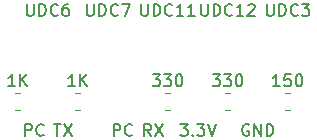
<source format=gbr>
%TF.GenerationSoftware,KiCad,Pcbnew,(7.0.0)*%
%TF.CreationDate,2023-03-15T15:08:56+01:00*%
%TF.ProjectId,PCH-1000JIG_0805,5043482d-3130-4303-904a-49475f303830,rev?*%
%TF.SameCoordinates,Original*%
%TF.FileFunction,Legend,Top*%
%TF.FilePolarity,Positive*%
%FSLAX46Y46*%
G04 Gerber Fmt 4.6, Leading zero omitted, Abs format (unit mm)*
G04 Created by KiCad (PCBNEW (7.0.0)) date 2023-03-15 15:08:56*
%MOMM*%
%LPD*%
G01*
G04 APERTURE LIST*
%ADD10C,0.150000*%
%ADD11C,0.120000*%
G04 APERTURE END LIST*
D10*
%TO.C,UDC12*%
X53641905Y-32387380D02*
X53641905Y-33196904D01*
X53641905Y-33196904D02*
X53689524Y-33292142D01*
X53689524Y-33292142D02*
X53737143Y-33339761D01*
X53737143Y-33339761D02*
X53832381Y-33387380D01*
X53832381Y-33387380D02*
X54022857Y-33387380D01*
X54022857Y-33387380D02*
X54118095Y-33339761D01*
X54118095Y-33339761D02*
X54165714Y-33292142D01*
X54165714Y-33292142D02*
X54213333Y-33196904D01*
X54213333Y-33196904D02*
X54213333Y-32387380D01*
X54689524Y-33387380D02*
X54689524Y-32387380D01*
X54689524Y-32387380D02*
X54927619Y-32387380D01*
X54927619Y-32387380D02*
X55070476Y-32435000D01*
X55070476Y-32435000D02*
X55165714Y-32530238D01*
X55165714Y-32530238D02*
X55213333Y-32625476D01*
X55213333Y-32625476D02*
X55260952Y-32815952D01*
X55260952Y-32815952D02*
X55260952Y-32958809D01*
X55260952Y-32958809D02*
X55213333Y-33149285D01*
X55213333Y-33149285D02*
X55165714Y-33244523D01*
X55165714Y-33244523D02*
X55070476Y-33339761D01*
X55070476Y-33339761D02*
X54927619Y-33387380D01*
X54927619Y-33387380D02*
X54689524Y-33387380D01*
X56260952Y-33292142D02*
X56213333Y-33339761D01*
X56213333Y-33339761D02*
X56070476Y-33387380D01*
X56070476Y-33387380D02*
X55975238Y-33387380D01*
X55975238Y-33387380D02*
X55832381Y-33339761D01*
X55832381Y-33339761D02*
X55737143Y-33244523D01*
X55737143Y-33244523D02*
X55689524Y-33149285D01*
X55689524Y-33149285D02*
X55641905Y-32958809D01*
X55641905Y-32958809D02*
X55641905Y-32815952D01*
X55641905Y-32815952D02*
X55689524Y-32625476D01*
X55689524Y-32625476D02*
X55737143Y-32530238D01*
X55737143Y-32530238D02*
X55832381Y-32435000D01*
X55832381Y-32435000D02*
X55975238Y-32387380D01*
X55975238Y-32387380D02*
X56070476Y-32387380D01*
X56070476Y-32387380D02*
X56213333Y-32435000D01*
X56213333Y-32435000D02*
X56260952Y-32482619D01*
X57213333Y-33387380D02*
X56641905Y-33387380D01*
X56927619Y-33387380D02*
X56927619Y-32387380D01*
X56927619Y-32387380D02*
X56832381Y-32530238D01*
X56832381Y-32530238D02*
X56737143Y-32625476D01*
X56737143Y-32625476D02*
X56641905Y-32673095D01*
X57594286Y-32482619D02*
X57641905Y-32435000D01*
X57641905Y-32435000D02*
X57737143Y-32387380D01*
X57737143Y-32387380D02*
X57975238Y-32387380D01*
X57975238Y-32387380D02*
X58070476Y-32435000D01*
X58070476Y-32435000D02*
X58118095Y-32482619D01*
X58118095Y-32482619D02*
X58165714Y-32577857D01*
X58165714Y-32577857D02*
X58165714Y-32673095D01*
X58165714Y-32673095D02*
X58118095Y-32815952D01*
X58118095Y-32815952D02*
X57546667Y-33387380D01*
X57546667Y-33387380D02*
X58165714Y-33387380D01*
%TO.C,330*%
X54594286Y-38357380D02*
X55213333Y-38357380D01*
X55213333Y-38357380D02*
X54880000Y-38738333D01*
X54880000Y-38738333D02*
X55022857Y-38738333D01*
X55022857Y-38738333D02*
X55118095Y-38785952D01*
X55118095Y-38785952D02*
X55165714Y-38833571D01*
X55165714Y-38833571D02*
X55213333Y-38928809D01*
X55213333Y-38928809D02*
X55213333Y-39166904D01*
X55213333Y-39166904D02*
X55165714Y-39262142D01*
X55165714Y-39262142D02*
X55118095Y-39309761D01*
X55118095Y-39309761D02*
X55022857Y-39357380D01*
X55022857Y-39357380D02*
X54737143Y-39357380D01*
X54737143Y-39357380D02*
X54641905Y-39309761D01*
X54641905Y-39309761D02*
X54594286Y-39262142D01*
X55546667Y-38357380D02*
X56165714Y-38357380D01*
X56165714Y-38357380D02*
X55832381Y-38738333D01*
X55832381Y-38738333D02*
X55975238Y-38738333D01*
X55975238Y-38738333D02*
X56070476Y-38785952D01*
X56070476Y-38785952D02*
X56118095Y-38833571D01*
X56118095Y-38833571D02*
X56165714Y-38928809D01*
X56165714Y-38928809D02*
X56165714Y-39166904D01*
X56165714Y-39166904D02*
X56118095Y-39262142D01*
X56118095Y-39262142D02*
X56070476Y-39309761D01*
X56070476Y-39309761D02*
X55975238Y-39357380D01*
X55975238Y-39357380D02*
X55689524Y-39357380D01*
X55689524Y-39357380D02*
X55594286Y-39309761D01*
X55594286Y-39309761D02*
X55546667Y-39262142D01*
X56784762Y-38357380D02*
X56880000Y-38357380D01*
X56880000Y-38357380D02*
X56975238Y-38405000D01*
X56975238Y-38405000D02*
X57022857Y-38452619D01*
X57022857Y-38452619D02*
X57070476Y-38547857D01*
X57070476Y-38547857D02*
X57118095Y-38738333D01*
X57118095Y-38738333D02*
X57118095Y-38976428D01*
X57118095Y-38976428D02*
X57070476Y-39166904D01*
X57070476Y-39166904D02*
X57022857Y-39262142D01*
X57022857Y-39262142D02*
X56975238Y-39309761D01*
X56975238Y-39309761D02*
X56880000Y-39357380D01*
X56880000Y-39357380D02*
X56784762Y-39357380D01*
X56784762Y-39357380D02*
X56689524Y-39309761D01*
X56689524Y-39309761D02*
X56641905Y-39262142D01*
X56641905Y-39262142D02*
X56594286Y-39166904D01*
X56594286Y-39166904D02*
X56546667Y-38976428D01*
X56546667Y-38976428D02*
X56546667Y-38738333D01*
X56546667Y-38738333D02*
X56594286Y-38547857D01*
X56594286Y-38547857D02*
X56641905Y-38452619D01*
X56641905Y-38452619D02*
X56689524Y-38405000D01*
X56689524Y-38405000D02*
X56784762Y-38357380D01*
%TO.C,1K*%
X37885714Y-39357380D02*
X37314286Y-39357380D01*
X37600000Y-39357380D02*
X37600000Y-38357380D01*
X37600000Y-38357380D02*
X37504762Y-38500238D01*
X37504762Y-38500238D02*
X37409524Y-38595476D01*
X37409524Y-38595476D02*
X37314286Y-38643095D01*
X38314286Y-39357380D02*
X38314286Y-38357380D01*
X38885714Y-39357380D02*
X38457143Y-38785952D01*
X38885714Y-38357380D02*
X38314286Y-38928809D01*
%TO.C,150*%
X60293333Y-39357380D02*
X59721905Y-39357380D01*
X60007619Y-39357380D02*
X60007619Y-38357380D01*
X60007619Y-38357380D02*
X59912381Y-38500238D01*
X59912381Y-38500238D02*
X59817143Y-38595476D01*
X59817143Y-38595476D02*
X59721905Y-38643095D01*
X61198095Y-38357380D02*
X60721905Y-38357380D01*
X60721905Y-38357380D02*
X60674286Y-38833571D01*
X60674286Y-38833571D02*
X60721905Y-38785952D01*
X60721905Y-38785952D02*
X60817143Y-38738333D01*
X60817143Y-38738333D02*
X61055238Y-38738333D01*
X61055238Y-38738333D02*
X61150476Y-38785952D01*
X61150476Y-38785952D02*
X61198095Y-38833571D01*
X61198095Y-38833571D02*
X61245714Y-38928809D01*
X61245714Y-38928809D02*
X61245714Y-39166904D01*
X61245714Y-39166904D02*
X61198095Y-39262142D01*
X61198095Y-39262142D02*
X61150476Y-39309761D01*
X61150476Y-39309761D02*
X61055238Y-39357380D01*
X61055238Y-39357380D02*
X60817143Y-39357380D01*
X60817143Y-39357380D02*
X60721905Y-39309761D01*
X60721905Y-39309761D02*
X60674286Y-39262142D01*
X61864762Y-38357380D02*
X61960000Y-38357380D01*
X61960000Y-38357380D02*
X62055238Y-38405000D01*
X62055238Y-38405000D02*
X62102857Y-38452619D01*
X62102857Y-38452619D02*
X62150476Y-38547857D01*
X62150476Y-38547857D02*
X62198095Y-38738333D01*
X62198095Y-38738333D02*
X62198095Y-38976428D01*
X62198095Y-38976428D02*
X62150476Y-39166904D01*
X62150476Y-39166904D02*
X62102857Y-39262142D01*
X62102857Y-39262142D02*
X62055238Y-39309761D01*
X62055238Y-39309761D02*
X61960000Y-39357380D01*
X61960000Y-39357380D02*
X61864762Y-39357380D01*
X61864762Y-39357380D02*
X61769524Y-39309761D01*
X61769524Y-39309761D02*
X61721905Y-39262142D01*
X61721905Y-39262142D02*
X61674286Y-39166904D01*
X61674286Y-39166904D02*
X61626667Y-38976428D01*
X61626667Y-38976428D02*
X61626667Y-38738333D01*
X61626667Y-38738333D02*
X61674286Y-38547857D01*
X61674286Y-38547857D02*
X61721905Y-38452619D01*
X61721905Y-38452619D02*
X61769524Y-38405000D01*
X61769524Y-38405000D02*
X61864762Y-38357380D01*
%TO.C,UDC11*%
X48561905Y-32387380D02*
X48561905Y-33196904D01*
X48561905Y-33196904D02*
X48609524Y-33292142D01*
X48609524Y-33292142D02*
X48657143Y-33339761D01*
X48657143Y-33339761D02*
X48752381Y-33387380D01*
X48752381Y-33387380D02*
X48942857Y-33387380D01*
X48942857Y-33387380D02*
X49038095Y-33339761D01*
X49038095Y-33339761D02*
X49085714Y-33292142D01*
X49085714Y-33292142D02*
X49133333Y-33196904D01*
X49133333Y-33196904D02*
X49133333Y-32387380D01*
X49609524Y-33387380D02*
X49609524Y-32387380D01*
X49609524Y-32387380D02*
X49847619Y-32387380D01*
X49847619Y-32387380D02*
X49990476Y-32435000D01*
X49990476Y-32435000D02*
X50085714Y-32530238D01*
X50085714Y-32530238D02*
X50133333Y-32625476D01*
X50133333Y-32625476D02*
X50180952Y-32815952D01*
X50180952Y-32815952D02*
X50180952Y-32958809D01*
X50180952Y-32958809D02*
X50133333Y-33149285D01*
X50133333Y-33149285D02*
X50085714Y-33244523D01*
X50085714Y-33244523D02*
X49990476Y-33339761D01*
X49990476Y-33339761D02*
X49847619Y-33387380D01*
X49847619Y-33387380D02*
X49609524Y-33387380D01*
X51180952Y-33292142D02*
X51133333Y-33339761D01*
X51133333Y-33339761D02*
X50990476Y-33387380D01*
X50990476Y-33387380D02*
X50895238Y-33387380D01*
X50895238Y-33387380D02*
X50752381Y-33339761D01*
X50752381Y-33339761D02*
X50657143Y-33244523D01*
X50657143Y-33244523D02*
X50609524Y-33149285D01*
X50609524Y-33149285D02*
X50561905Y-32958809D01*
X50561905Y-32958809D02*
X50561905Y-32815952D01*
X50561905Y-32815952D02*
X50609524Y-32625476D01*
X50609524Y-32625476D02*
X50657143Y-32530238D01*
X50657143Y-32530238D02*
X50752381Y-32435000D01*
X50752381Y-32435000D02*
X50895238Y-32387380D01*
X50895238Y-32387380D02*
X50990476Y-32387380D01*
X50990476Y-32387380D02*
X51133333Y-32435000D01*
X51133333Y-32435000D02*
X51180952Y-32482619D01*
X52133333Y-33387380D02*
X51561905Y-33387380D01*
X51847619Y-33387380D02*
X51847619Y-32387380D01*
X51847619Y-32387380D02*
X51752381Y-32530238D01*
X51752381Y-32530238D02*
X51657143Y-32625476D01*
X51657143Y-32625476D02*
X51561905Y-32673095D01*
X53085714Y-33387380D02*
X52514286Y-33387380D01*
X52800000Y-33387380D02*
X52800000Y-32387380D01*
X52800000Y-32387380D02*
X52704762Y-32530238D01*
X52704762Y-32530238D02*
X52609524Y-32625476D01*
X52609524Y-32625476D02*
X52514286Y-32673095D01*
%TO.C,330*%
X49514286Y-38357380D02*
X50133333Y-38357380D01*
X50133333Y-38357380D02*
X49800000Y-38738333D01*
X49800000Y-38738333D02*
X49942857Y-38738333D01*
X49942857Y-38738333D02*
X50038095Y-38785952D01*
X50038095Y-38785952D02*
X50085714Y-38833571D01*
X50085714Y-38833571D02*
X50133333Y-38928809D01*
X50133333Y-38928809D02*
X50133333Y-39166904D01*
X50133333Y-39166904D02*
X50085714Y-39262142D01*
X50085714Y-39262142D02*
X50038095Y-39309761D01*
X50038095Y-39309761D02*
X49942857Y-39357380D01*
X49942857Y-39357380D02*
X49657143Y-39357380D01*
X49657143Y-39357380D02*
X49561905Y-39309761D01*
X49561905Y-39309761D02*
X49514286Y-39262142D01*
X50466667Y-38357380D02*
X51085714Y-38357380D01*
X51085714Y-38357380D02*
X50752381Y-38738333D01*
X50752381Y-38738333D02*
X50895238Y-38738333D01*
X50895238Y-38738333D02*
X50990476Y-38785952D01*
X50990476Y-38785952D02*
X51038095Y-38833571D01*
X51038095Y-38833571D02*
X51085714Y-38928809D01*
X51085714Y-38928809D02*
X51085714Y-39166904D01*
X51085714Y-39166904D02*
X51038095Y-39262142D01*
X51038095Y-39262142D02*
X50990476Y-39309761D01*
X50990476Y-39309761D02*
X50895238Y-39357380D01*
X50895238Y-39357380D02*
X50609524Y-39357380D01*
X50609524Y-39357380D02*
X50514286Y-39309761D01*
X50514286Y-39309761D02*
X50466667Y-39262142D01*
X51704762Y-38357380D02*
X51800000Y-38357380D01*
X51800000Y-38357380D02*
X51895238Y-38405000D01*
X51895238Y-38405000D02*
X51942857Y-38452619D01*
X51942857Y-38452619D02*
X51990476Y-38547857D01*
X51990476Y-38547857D02*
X52038095Y-38738333D01*
X52038095Y-38738333D02*
X52038095Y-38976428D01*
X52038095Y-38976428D02*
X51990476Y-39166904D01*
X51990476Y-39166904D02*
X51942857Y-39262142D01*
X51942857Y-39262142D02*
X51895238Y-39309761D01*
X51895238Y-39309761D02*
X51800000Y-39357380D01*
X51800000Y-39357380D02*
X51704762Y-39357380D01*
X51704762Y-39357380D02*
X51609524Y-39309761D01*
X51609524Y-39309761D02*
X51561905Y-39262142D01*
X51561905Y-39262142D02*
X51514286Y-39166904D01*
X51514286Y-39166904D02*
X51466667Y-38976428D01*
X51466667Y-38976428D02*
X51466667Y-38738333D01*
X51466667Y-38738333D02*
X51514286Y-38547857D01*
X51514286Y-38547857D02*
X51561905Y-38452619D01*
X51561905Y-38452619D02*
X51609524Y-38405000D01*
X51609524Y-38405000D02*
X51704762Y-38357380D01*
%TO.C,1K*%
X42965714Y-39357380D02*
X42394286Y-39357380D01*
X42680000Y-39357380D02*
X42680000Y-38357380D01*
X42680000Y-38357380D02*
X42584762Y-38500238D01*
X42584762Y-38500238D02*
X42489524Y-38595476D01*
X42489524Y-38595476D02*
X42394286Y-38643095D01*
X43394286Y-39357380D02*
X43394286Y-38357380D01*
X43965714Y-39357380D02*
X43537143Y-38785952D01*
X43965714Y-38357380D02*
X43394286Y-38928809D01*
%TO.C,3.3V*%
X51863810Y-42547380D02*
X52482857Y-42547380D01*
X52482857Y-42547380D02*
X52149524Y-42928333D01*
X52149524Y-42928333D02*
X52292381Y-42928333D01*
X52292381Y-42928333D02*
X52387619Y-42975952D01*
X52387619Y-42975952D02*
X52435238Y-43023571D01*
X52435238Y-43023571D02*
X52482857Y-43118809D01*
X52482857Y-43118809D02*
X52482857Y-43356904D01*
X52482857Y-43356904D02*
X52435238Y-43452142D01*
X52435238Y-43452142D02*
X52387619Y-43499761D01*
X52387619Y-43499761D02*
X52292381Y-43547380D01*
X52292381Y-43547380D02*
X52006667Y-43547380D01*
X52006667Y-43547380D02*
X51911429Y-43499761D01*
X51911429Y-43499761D02*
X51863810Y-43452142D01*
X52911429Y-43452142D02*
X52959048Y-43499761D01*
X52959048Y-43499761D02*
X52911429Y-43547380D01*
X52911429Y-43547380D02*
X52863810Y-43499761D01*
X52863810Y-43499761D02*
X52911429Y-43452142D01*
X52911429Y-43452142D02*
X52911429Y-43547380D01*
X53292381Y-42547380D02*
X53911428Y-42547380D01*
X53911428Y-42547380D02*
X53578095Y-42928333D01*
X53578095Y-42928333D02*
X53720952Y-42928333D01*
X53720952Y-42928333D02*
X53816190Y-42975952D01*
X53816190Y-42975952D02*
X53863809Y-43023571D01*
X53863809Y-43023571D02*
X53911428Y-43118809D01*
X53911428Y-43118809D02*
X53911428Y-43356904D01*
X53911428Y-43356904D02*
X53863809Y-43452142D01*
X53863809Y-43452142D02*
X53816190Y-43499761D01*
X53816190Y-43499761D02*
X53720952Y-43547380D01*
X53720952Y-43547380D02*
X53435238Y-43547380D01*
X53435238Y-43547380D02*
X53340000Y-43499761D01*
X53340000Y-43499761D02*
X53292381Y-43452142D01*
X54197143Y-42547380D02*
X54530476Y-43547380D01*
X54530476Y-43547380D02*
X54863809Y-42547380D01*
%TO.C,UDC7*%
X43958095Y-32387380D02*
X43958095Y-33196904D01*
X43958095Y-33196904D02*
X44005714Y-33292142D01*
X44005714Y-33292142D02*
X44053333Y-33339761D01*
X44053333Y-33339761D02*
X44148571Y-33387380D01*
X44148571Y-33387380D02*
X44339047Y-33387380D01*
X44339047Y-33387380D02*
X44434285Y-33339761D01*
X44434285Y-33339761D02*
X44481904Y-33292142D01*
X44481904Y-33292142D02*
X44529523Y-33196904D01*
X44529523Y-33196904D02*
X44529523Y-32387380D01*
X45005714Y-33387380D02*
X45005714Y-32387380D01*
X45005714Y-32387380D02*
X45243809Y-32387380D01*
X45243809Y-32387380D02*
X45386666Y-32435000D01*
X45386666Y-32435000D02*
X45481904Y-32530238D01*
X45481904Y-32530238D02*
X45529523Y-32625476D01*
X45529523Y-32625476D02*
X45577142Y-32815952D01*
X45577142Y-32815952D02*
X45577142Y-32958809D01*
X45577142Y-32958809D02*
X45529523Y-33149285D01*
X45529523Y-33149285D02*
X45481904Y-33244523D01*
X45481904Y-33244523D02*
X45386666Y-33339761D01*
X45386666Y-33339761D02*
X45243809Y-33387380D01*
X45243809Y-33387380D02*
X45005714Y-33387380D01*
X46577142Y-33292142D02*
X46529523Y-33339761D01*
X46529523Y-33339761D02*
X46386666Y-33387380D01*
X46386666Y-33387380D02*
X46291428Y-33387380D01*
X46291428Y-33387380D02*
X46148571Y-33339761D01*
X46148571Y-33339761D02*
X46053333Y-33244523D01*
X46053333Y-33244523D02*
X46005714Y-33149285D01*
X46005714Y-33149285D02*
X45958095Y-32958809D01*
X45958095Y-32958809D02*
X45958095Y-32815952D01*
X45958095Y-32815952D02*
X46005714Y-32625476D01*
X46005714Y-32625476D02*
X46053333Y-32530238D01*
X46053333Y-32530238D02*
X46148571Y-32435000D01*
X46148571Y-32435000D02*
X46291428Y-32387380D01*
X46291428Y-32387380D02*
X46386666Y-32387380D01*
X46386666Y-32387380D02*
X46529523Y-32435000D01*
X46529523Y-32435000D02*
X46577142Y-32482619D01*
X46910476Y-32387380D02*
X47577142Y-32387380D01*
X47577142Y-32387380D02*
X47148571Y-33387380D01*
%TO.C,PC RX*%
X46221905Y-43547380D02*
X46221905Y-42547380D01*
X46221905Y-42547380D02*
X46602857Y-42547380D01*
X46602857Y-42547380D02*
X46698095Y-42595000D01*
X46698095Y-42595000D02*
X46745714Y-42642619D01*
X46745714Y-42642619D02*
X46793333Y-42737857D01*
X46793333Y-42737857D02*
X46793333Y-42880714D01*
X46793333Y-42880714D02*
X46745714Y-42975952D01*
X46745714Y-42975952D02*
X46698095Y-43023571D01*
X46698095Y-43023571D02*
X46602857Y-43071190D01*
X46602857Y-43071190D02*
X46221905Y-43071190D01*
X47793333Y-43452142D02*
X47745714Y-43499761D01*
X47745714Y-43499761D02*
X47602857Y-43547380D01*
X47602857Y-43547380D02*
X47507619Y-43547380D01*
X47507619Y-43547380D02*
X47364762Y-43499761D01*
X47364762Y-43499761D02*
X47269524Y-43404523D01*
X47269524Y-43404523D02*
X47221905Y-43309285D01*
X47221905Y-43309285D02*
X47174286Y-43118809D01*
X47174286Y-43118809D02*
X47174286Y-42975952D01*
X47174286Y-42975952D02*
X47221905Y-42785476D01*
X47221905Y-42785476D02*
X47269524Y-42690238D01*
X47269524Y-42690238D02*
X47364762Y-42595000D01*
X47364762Y-42595000D02*
X47507619Y-42547380D01*
X47507619Y-42547380D02*
X47602857Y-42547380D01*
X47602857Y-42547380D02*
X47745714Y-42595000D01*
X47745714Y-42595000D02*
X47793333Y-42642619D01*
X49393333Y-43547380D02*
X49060000Y-43071190D01*
X48821905Y-43547380D02*
X48821905Y-42547380D01*
X48821905Y-42547380D02*
X49202857Y-42547380D01*
X49202857Y-42547380D02*
X49298095Y-42595000D01*
X49298095Y-42595000D02*
X49345714Y-42642619D01*
X49345714Y-42642619D02*
X49393333Y-42737857D01*
X49393333Y-42737857D02*
X49393333Y-42880714D01*
X49393333Y-42880714D02*
X49345714Y-42975952D01*
X49345714Y-42975952D02*
X49298095Y-43023571D01*
X49298095Y-43023571D02*
X49202857Y-43071190D01*
X49202857Y-43071190D02*
X48821905Y-43071190D01*
X49726667Y-42547380D02*
X50393333Y-43547380D01*
X50393333Y-42547380D02*
X49726667Y-43547380D01*
%TO.C,GND*%
X57658095Y-42595000D02*
X57562857Y-42547380D01*
X57562857Y-42547380D02*
X57420000Y-42547380D01*
X57420000Y-42547380D02*
X57277143Y-42595000D01*
X57277143Y-42595000D02*
X57181905Y-42690238D01*
X57181905Y-42690238D02*
X57134286Y-42785476D01*
X57134286Y-42785476D02*
X57086667Y-42975952D01*
X57086667Y-42975952D02*
X57086667Y-43118809D01*
X57086667Y-43118809D02*
X57134286Y-43309285D01*
X57134286Y-43309285D02*
X57181905Y-43404523D01*
X57181905Y-43404523D02*
X57277143Y-43499761D01*
X57277143Y-43499761D02*
X57420000Y-43547380D01*
X57420000Y-43547380D02*
X57515238Y-43547380D01*
X57515238Y-43547380D02*
X57658095Y-43499761D01*
X57658095Y-43499761D02*
X57705714Y-43452142D01*
X57705714Y-43452142D02*
X57705714Y-43118809D01*
X57705714Y-43118809D02*
X57515238Y-43118809D01*
X58134286Y-43547380D02*
X58134286Y-42547380D01*
X58134286Y-42547380D02*
X58705714Y-43547380D01*
X58705714Y-43547380D02*
X58705714Y-42547380D01*
X59181905Y-43547380D02*
X59181905Y-42547380D01*
X59181905Y-42547380D02*
X59420000Y-42547380D01*
X59420000Y-42547380D02*
X59562857Y-42595000D01*
X59562857Y-42595000D02*
X59658095Y-42690238D01*
X59658095Y-42690238D02*
X59705714Y-42785476D01*
X59705714Y-42785476D02*
X59753333Y-42975952D01*
X59753333Y-42975952D02*
X59753333Y-43118809D01*
X59753333Y-43118809D02*
X59705714Y-43309285D01*
X59705714Y-43309285D02*
X59658095Y-43404523D01*
X59658095Y-43404523D02*
X59562857Y-43499761D01*
X59562857Y-43499761D02*
X59420000Y-43547380D01*
X59420000Y-43547380D02*
X59181905Y-43547380D01*
%TO.C,UDC6*%
X38878095Y-32387380D02*
X38878095Y-33196904D01*
X38878095Y-33196904D02*
X38925714Y-33292142D01*
X38925714Y-33292142D02*
X38973333Y-33339761D01*
X38973333Y-33339761D02*
X39068571Y-33387380D01*
X39068571Y-33387380D02*
X39259047Y-33387380D01*
X39259047Y-33387380D02*
X39354285Y-33339761D01*
X39354285Y-33339761D02*
X39401904Y-33292142D01*
X39401904Y-33292142D02*
X39449523Y-33196904D01*
X39449523Y-33196904D02*
X39449523Y-32387380D01*
X39925714Y-33387380D02*
X39925714Y-32387380D01*
X39925714Y-32387380D02*
X40163809Y-32387380D01*
X40163809Y-32387380D02*
X40306666Y-32435000D01*
X40306666Y-32435000D02*
X40401904Y-32530238D01*
X40401904Y-32530238D02*
X40449523Y-32625476D01*
X40449523Y-32625476D02*
X40497142Y-32815952D01*
X40497142Y-32815952D02*
X40497142Y-32958809D01*
X40497142Y-32958809D02*
X40449523Y-33149285D01*
X40449523Y-33149285D02*
X40401904Y-33244523D01*
X40401904Y-33244523D02*
X40306666Y-33339761D01*
X40306666Y-33339761D02*
X40163809Y-33387380D01*
X40163809Y-33387380D02*
X39925714Y-33387380D01*
X41497142Y-33292142D02*
X41449523Y-33339761D01*
X41449523Y-33339761D02*
X41306666Y-33387380D01*
X41306666Y-33387380D02*
X41211428Y-33387380D01*
X41211428Y-33387380D02*
X41068571Y-33339761D01*
X41068571Y-33339761D02*
X40973333Y-33244523D01*
X40973333Y-33244523D02*
X40925714Y-33149285D01*
X40925714Y-33149285D02*
X40878095Y-32958809D01*
X40878095Y-32958809D02*
X40878095Y-32815952D01*
X40878095Y-32815952D02*
X40925714Y-32625476D01*
X40925714Y-32625476D02*
X40973333Y-32530238D01*
X40973333Y-32530238D02*
X41068571Y-32435000D01*
X41068571Y-32435000D02*
X41211428Y-32387380D01*
X41211428Y-32387380D02*
X41306666Y-32387380D01*
X41306666Y-32387380D02*
X41449523Y-32435000D01*
X41449523Y-32435000D02*
X41497142Y-32482619D01*
X42354285Y-32387380D02*
X42163809Y-32387380D01*
X42163809Y-32387380D02*
X42068571Y-32435000D01*
X42068571Y-32435000D02*
X42020952Y-32482619D01*
X42020952Y-32482619D02*
X41925714Y-32625476D01*
X41925714Y-32625476D02*
X41878095Y-32815952D01*
X41878095Y-32815952D02*
X41878095Y-33196904D01*
X41878095Y-33196904D02*
X41925714Y-33292142D01*
X41925714Y-33292142D02*
X41973333Y-33339761D01*
X41973333Y-33339761D02*
X42068571Y-33387380D01*
X42068571Y-33387380D02*
X42259047Y-33387380D01*
X42259047Y-33387380D02*
X42354285Y-33339761D01*
X42354285Y-33339761D02*
X42401904Y-33292142D01*
X42401904Y-33292142D02*
X42449523Y-33196904D01*
X42449523Y-33196904D02*
X42449523Y-32958809D01*
X42449523Y-32958809D02*
X42401904Y-32863571D01*
X42401904Y-32863571D02*
X42354285Y-32815952D01*
X42354285Y-32815952D02*
X42259047Y-32768333D01*
X42259047Y-32768333D02*
X42068571Y-32768333D01*
X42068571Y-32768333D02*
X41973333Y-32815952D01*
X41973333Y-32815952D02*
X41925714Y-32863571D01*
X41925714Y-32863571D02*
X41878095Y-32958809D01*
%TO.C,UDC3*%
X59198095Y-32387380D02*
X59198095Y-33196904D01*
X59198095Y-33196904D02*
X59245714Y-33292142D01*
X59245714Y-33292142D02*
X59293333Y-33339761D01*
X59293333Y-33339761D02*
X59388571Y-33387380D01*
X59388571Y-33387380D02*
X59579047Y-33387380D01*
X59579047Y-33387380D02*
X59674285Y-33339761D01*
X59674285Y-33339761D02*
X59721904Y-33292142D01*
X59721904Y-33292142D02*
X59769523Y-33196904D01*
X59769523Y-33196904D02*
X59769523Y-32387380D01*
X60245714Y-33387380D02*
X60245714Y-32387380D01*
X60245714Y-32387380D02*
X60483809Y-32387380D01*
X60483809Y-32387380D02*
X60626666Y-32435000D01*
X60626666Y-32435000D02*
X60721904Y-32530238D01*
X60721904Y-32530238D02*
X60769523Y-32625476D01*
X60769523Y-32625476D02*
X60817142Y-32815952D01*
X60817142Y-32815952D02*
X60817142Y-32958809D01*
X60817142Y-32958809D02*
X60769523Y-33149285D01*
X60769523Y-33149285D02*
X60721904Y-33244523D01*
X60721904Y-33244523D02*
X60626666Y-33339761D01*
X60626666Y-33339761D02*
X60483809Y-33387380D01*
X60483809Y-33387380D02*
X60245714Y-33387380D01*
X61817142Y-33292142D02*
X61769523Y-33339761D01*
X61769523Y-33339761D02*
X61626666Y-33387380D01*
X61626666Y-33387380D02*
X61531428Y-33387380D01*
X61531428Y-33387380D02*
X61388571Y-33339761D01*
X61388571Y-33339761D02*
X61293333Y-33244523D01*
X61293333Y-33244523D02*
X61245714Y-33149285D01*
X61245714Y-33149285D02*
X61198095Y-32958809D01*
X61198095Y-32958809D02*
X61198095Y-32815952D01*
X61198095Y-32815952D02*
X61245714Y-32625476D01*
X61245714Y-32625476D02*
X61293333Y-32530238D01*
X61293333Y-32530238D02*
X61388571Y-32435000D01*
X61388571Y-32435000D02*
X61531428Y-32387380D01*
X61531428Y-32387380D02*
X61626666Y-32387380D01*
X61626666Y-32387380D02*
X61769523Y-32435000D01*
X61769523Y-32435000D02*
X61817142Y-32482619D01*
X62150476Y-32387380D02*
X62769523Y-32387380D01*
X62769523Y-32387380D02*
X62436190Y-32768333D01*
X62436190Y-32768333D02*
X62579047Y-32768333D01*
X62579047Y-32768333D02*
X62674285Y-32815952D01*
X62674285Y-32815952D02*
X62721904Y-32863571D01*
X62721904Y-32863571D02*
X62769523Y-32958809D01*
X62769523Y-32958809D02*
X62769523Y-33196904D01*
X62769523Y-33196904D02*
X62721904Y-33292142D01*
X62721904Y-33292142D02*
X62674285Y-33339761D01*
X62674285Y-33339761D02*
X62579047Y-33387380D01*
X62579047Y-33387380D02*
X62293333Y-33387380D01*
X62293333Y-33387380D02*
X62198095Y-33339761D01*
X62198095Y-33339761D02*
X62150476Y-33292142D01*
%TO.C,PC TX*%
X38720952Y-43547380D02*
X38720952Y-42547380D01*
X38720952Y-42547380D02*
X39101904Y-42547380D01*
X39101904Y-42547380D02*
X39197142Y-42595000D01*
X39197142Y-42595000D02*
X39244761Y-42642619D01*
X39244761Y-42642619D02*
X39292380Y-42737857D01*
X39292380Y-42737857D02*
X39292380Y-42880714D01*
X39292380Y-42880714D02*
X39244761Y-42975952D01*
X39244761Y-42975952D02*
X39197142Y-43023571D01*
X39197142Y-43023571D02*
X39101904Y-43071190D01*
X39101904Y-43071190D02*
X38720952Y-43071190D01*
X40292380Y-43452142D02*
X40244761Y-43499761D01*
X40244761Y-43499761D02*
X40101904Y-43547380D01*
X40101904Y-43547380D02*
X40006666Y-43547380D01*
X40006666Y-43547380D02*
X39863809Y-43499761D01*
X39863809Y-43499761D02*
X39768571Y-43404523D01*
X39768571Y-43404523D02*
X39720952Y-43309285D01*
X39720952Y-43309285D02*
X39673333Y-43118809D01*
X39673333Y-43118809D02*
X39673333Y-42975952D01*
X39673333Y-42975952D02*
X39720952Y-42785476D01*
X39720952Y-42785476D02*
X39768571Y-42690238D01*
X39768571Y-42690238D02*
X39863809Y-42595000D01*
X39863809Y-42595000D02*
X40006666Y-42547380D01*
X40006666Y-42547380D02*
X40101904Y-42547380D01*
X40101904Y-42547380D02*
X40244761Y-42595000D01*
X40244761Y-42595000D02*
X40292380Y-42642619D01*
X41178095Y-42547380D02*
X41749523Y-42547380D01*
X41463809Y-43547380D02*
X41463809Y-42547380D01*
X41987619Y-42547380D02*
X42654285Y-43547380D01*
X42654285Y-42547380D02*
X41987619Y-43547380D01*
D11*
%TO.C,330*%
X55652936Y-39905000D02*
X56107064Y-39905000D01*
X55652936Y-41375000D02*
X56107064Y-41375000D01*
%TO.C,1K*%
X37872936Y-39905000D02*
X38327064Y-39905000D01*
X37872936Y-41375000D02*
X38327064Y-41375000D01*
%TO.C,150*%
X60732936Y-39905000D02*
X61187064Y-39905000D01*
X60732936Y-41375000D02*
X61187064Y-41375000D01*
%TO.C,330*%
X50572936Y-39905000D02*
X51027064Y-39905000D01*
X50572936Y-41375000D02*
X51027064Y-41375000D01*
%TO.C,1K*%
X42952936Y-39905000D02*
X43407064Y-39905000D01*
X42952936Y-41375000D02*
X43407064Y-41375000D01*
%TD*%
M02*

</source>
